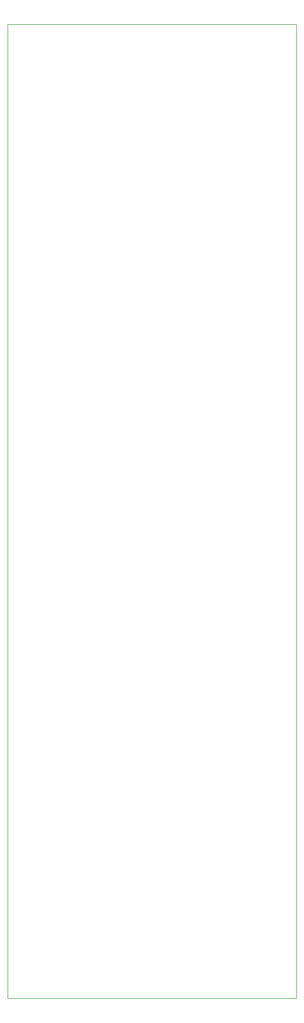
<source format=gm1>
%TF.GenerationSoftware,KiCad,Pcbnew,7.0.9*%
%TF.CreationDate,2024-10-08T13:53:10-07:00*%
%TF.ProjectId,DIY Meshtastic 1W Node,44495920-4d65-4736-9874-617374696320,1.0*%
%TF.SameCoordinates,Original*%
%TF.FileFunction,Profile,NP*%
%FSLAX46Y46*%
G04 Gerber Fmt 4.6, Leading zero omitted, Abs format (unit mm)*
G04 Created by KiCad (PCBNEW 7.0.9) date 2024-10-08 13:53:10*
%MOMM*%
%LPD*%
G01*
G04 APERTURE LIST*
%TA.AperFunction,Profile*%
%ADD10C,0.100000*%
%TD*%
G04 APERTURE END LIST*
D10*
X99060000Y-30480000D02*
X147320000Y-30480000D01*
X147320000Y-193040000D01*
X99060000Y-193040000D01*
X99060000Y-30480000D01*
M02*

</source>
